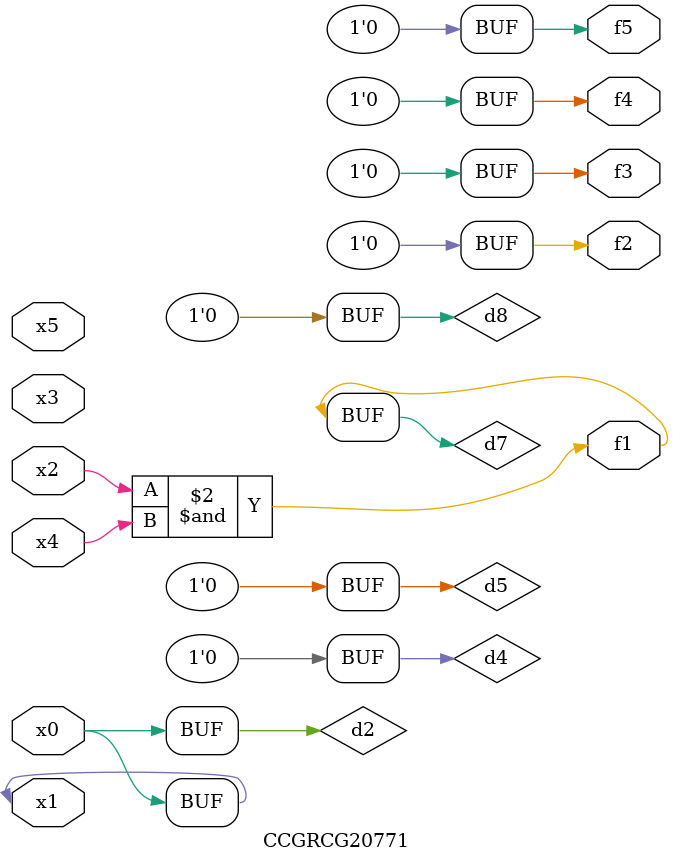
<source format=v>
module CCGRCG20771(
	input x0, x1, x2, x3, x4, x5,
	output f1, f2, f3, f4, f5
);

	wire d1, d2, d3, d4, d5, d6, d7, d8, d9;

	nand (d1, x1);
	buf (d2, x0, x1);
	nand (d3, x2, x4);
	and (d4, d1, d2);
	and (d5, d1, d2);
	nand (d6, d1, d3);
	not (d7, d3);
	xor (d8, d5);
	nor (d9, d5, d6);
	assign f1 = d7;
	assign f2 = d8;
	assign f3 = d8;
	assign f4 = d8;
	assign f5 = d8;
endmodule

</source>
